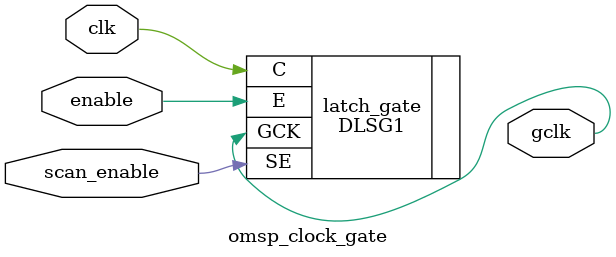
<source format=v>

module  omsp_clock_gate (

// OUTPUTs
    gclk,                      // Gated clock

// INPUTs
    clk,                       // Clock
    enable,                    // Clock enable
    scan_enable                // Scan enable (active during scan shifting)
);

// OUTPUTs
//=========
output         gclk;           // Gated clock

// INPUTs
//=========
input          clk;            // Clock
input          enable;         // Clock enable
input          scan_enable;    // Scan enable (active during scan shifting)


DLSG1 latch_gate (
  .E  (enable),
  .SE (scan_enable),
  .C  (clk),
  .GCK(gclk)
);

endmodule // omsp_clock_gate

</source>
